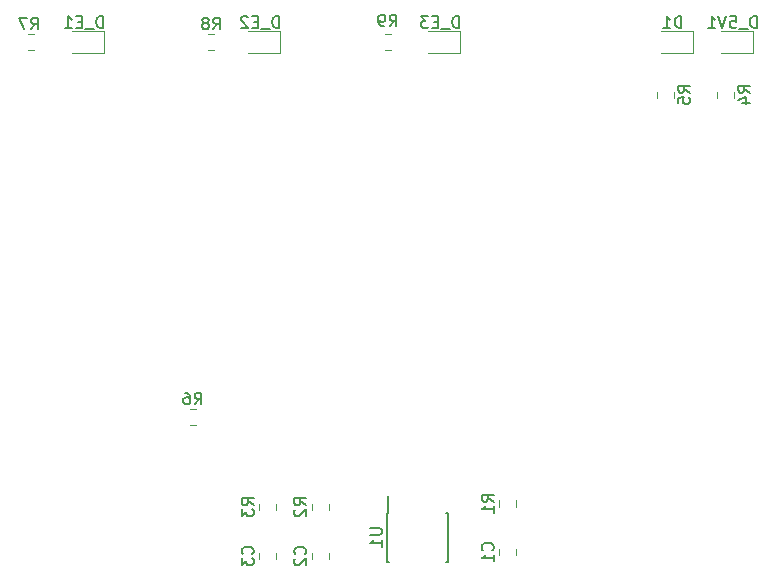
<source format=gbr>
G04 #@! TF.GenerationSoftware,KiCad,Pcbnew,(5.0.1-3-g963ef8bb5)*
G04 #@! TF.CreationDate,2019-10-11T12:22:28+03:00*
G04 #@! TF.ProjectId,thermocontrol,746865726D6F636F6E74726F6C2E6B69,rev?*
G04 #@! TF.SameCoordinates,Original*
G04 #@! TF.FileFunction,Legend,Bot*
G04 #@! TF.FilePolarity,Positive*
%FSLAX46Y46*%
G04 Gerber Fmt 4.6, Leading zero omitted, Abs format (unit mm)*
G04 Created by KiCad (PCBNEW (5.0.1-3-g963ef8bb5)) date 2019 October 11, Friday 12:22:28*
%MOMM*%
%LPD*%
G01*
G04 APERTURE LIST*
%ADD10C,0.120000*%
%ADD11C,0.150000*%
G04 APERTURE END LIST*
D10*
G04 #@! TO.C,R6*
X183256422Y-57860000D02*
X183773578Y-57860000D01*
X183256422Y-56440000D02*
X183773578Y-56440000D01*
G04 #@! TO.C,D_E3*
X203470000Y-24440000D02*
X206155000Y-24440000D01*
X206155000Y-24440000D02*
X206155000Y-26360000D01*
X206155000Y-26360000D02*
X203470000Y-26360000D01*
G04 #@! TO.C,D_E2*
X190915000Y-26360000D02*
X188230000Y-26360000D01*
X190915000Y-24440000D02*
X190915000Y-26360000D01*
X188230000Y-24440000D02*
X190915000Y-24440000D01*
G04 #@! TO.C,D_E1*
X173322000Y-24440000D02*
X176007000Y-24440000D01*
X176007000Y-24440000D02*
X176007000Y-26360000D01*
X176007000Y-26360000D02*
X173322000Y-26360000D01*
G04 #@! TO.C,R7*
X169589422Y-26110000D02*
X170106578Y-26110000D01*
X169589422Y-24690000D02*
X170106578Y-24690000D01*
G04 #@! TO.C,R8*
X184829422Y-24690000D02*
X185346578Y-24690000D01*
X184829422Y-26110000D02*
X185346578Y-26110000D01*
G04 #@! TO.C,R9*
X199766422Y-26110000D02*
X200283578Y-26110000D01*
X199766422Y-24690000D02*
X200283578Y-24690000D01*
G04 #@! TO.C,C1*
X209475000Y-68321422D02*
X209475000Y-68838578D01*
X210895000Y-68321422D02*
X210895000Y-68838578D01*
G04 #@! TO.C,C2*
X195020000Y-68653922D02*
X195020000Y-69171078D01*
X193600000Y-68653922D02*
X193600000Y-69171078D01*
G04 #@! TO.C,C3*
X189155000Y-68653922D02*
X189155000Y-69171078D01*
X190575000Y-68653922D02*
X190575000Y-69171078D01*
G04 #@! TO.C,D1*
X223155000Y-24440000D02*
X225840000Y-24440000D01*
X225840000Y-24440000D02*
X225840000Y-26360000D01*
X225840000Y-26360000D02*
X223155000Y-26360000D01*
G04 #@! TO.C,D_5V1*
X228235000Y-24440000D02*
X230920000Y-24440000D01*
X230920000Y-24440000D02*
X230920000Y-26360000D01*
X230920000Y-26360000D02*
X228235000Y-26360000D01*
D11*
G04 #@! TO.C,U1*
X199990000Y-65235000D02*
X200040000Y-65235000D01*
X199990000Y-69385000D02*
X200135000Y-69385000D01*
X205140000Y-69385000D02*
X204995000Y-69385000D01*
X205140000Y-65235000D02*
X204995000Y-65235000D01*
X199990000Y-65235000D02*
X199990000Y-69385000D01*
X205140000Y-65235000D02*
X205140000Y-69385000D01*
X200040000Y-65235000D02*
X200040000Y-63835000D01*
D10*
G04 #@! TO.C,R1*
X210895000Y-64208922D02*
X210895000Y-64726078D01*
X209475000Y-64208922D02*
X209475000Y-64726078D01*
G04 #@! TO.C,R2*
X193600000Y-64511422D02*
X193600000Y-65028578D01*
X195020000Y-64511422D02*
X195020000Y-65028578D01*
G04 #@! TO.C,R3*
X190575000Y-64511422D02*
X190575000Y-65028578D01*
X189155000Y-64511422D02*
X189155000Y-65028578D01*
G04 #@! TO.C,R4*
X229310000Y-30103578D02*
X229310000Y-29586422D01*
X227890000Y-30103578D02*
X227890000Y-29586422D01*
G04 #@! TO.C,R5*
X222810000Y-30103578D02*
X222810000Y-29586422D01*
X224230000Y-30103578D02*
X224230000Y-29586422D01*
G04 #@! TO.C,R6*
D11*
X183681666Y-56078380D02*
X184015000Y-55602190D01*
X184253095Y-56078380D02*
X184253095Y-55078380D01*
X183872142Y-55078380D01*
X183776904Y-55126000D01*
X183729285Y-55173619D01*
X183681666Y-55268857D01*
X183681666Y-55411714D01*
X183729285Y-55506952D01*
X183776904Y-55554571D01*
X183872142Y-55602190D01*
X184253095Y-55602190D01*
X182824523Y-55078380D02*
X183015000Y-55078380D01*
X183110238Y-55126000D01*
X183157857Y-55173619D01*
X183253095Y-55316476D01*
X183300714Y-55506952D01*
X183300714Y-55887904D01*
X183253095Y-55983142D01*
X183205476Y-56030761D01*
X183110238Y-56078380D01*
X182919761Y-56078380D01*
X182824523Y-56030761D01*
X182776904Y-55983142D01*
X182729285Y-55887904D01*
X182729285Y-55649809D01*
X182776904Y-55554571D01*
X182824523Y-55506952D01*
X182919761Y-55459333D01*
X183110238Y-55459333D01*
X183205476Y-55506952D01*
X183253095Y-55554571D01*
X183300714Y-55649809D01*
G04 #@! TO.C,D_E3*
X206041428Y-24202380D02*
X206041428Y-23202380D01*
X205803333Y-23202380D01*
X205660476Y-23250000D01*
X205565238Y-23345238D01*
X205517619Y-23440476D01*
X205470000Y-23630952D01*
X205470000Y-23773809D01*
X205517619Y-23964285D01*
X205565238Y-24059523D01*
X205660476Y-24154761D01*
X205803333Y-24202380D01*
X206041428Y-24202380D01*
X205279523Y-24297619D02*
X204517619Y-24297619D01*
X204279523Y-23678571D02*
X203946190Y-23678571D01*
X203803333Y-24202380D02*
X204279523Y-24202380D01*
X204279523Y-23202380D01*
X203803333Y-23202380D01*
X203470000Y-23202380D02*
X202850952Y-23202380D01*
X203184285Y-23583333D01*
X203041428Y-23583333D01*
X202946190Y-23630952D01*
X202898571Y-23678571D01*
X202850952Y-23773809D01*
X202850952Y-24011904D01*
X202898571Y-24107142D01*
X202946190Y-24154761D01*
X203041428Y-24202380D01*
X203327142Y-24202380D01*
X203422380Y-24154761D01*
X203470000Y-24107142D01*
G04 #@! TO.C,D_E2*
X190801428Y-24202380D02*
X190801428Y-23202380D01*
X190563333Y-23202380D01*
X190420476Y-23250000D01*
X190325238Y-23345238D01*
X190277619Y-23440476D01*
X190230000Y-23630952D01*
X190230000Y-23773809D01*
X190277619Y-23964285D01*
X190325238Y-24059523D01*
X190420476Y-24154761D01*
X190563333Y-24202380D01*
X190801428Y-24202380D01*
X190039523Y-24297619D02*
X189277619Y-24297619D01*
X189039523Y-23678571D02*
X188706190Y-23678571D01*
X188563333Y-24202380D02*
X189039523Y-24202380D01*
X189039523Y-23202380D01*
X188563333Y-23202380D01*
X188182380Y-23297619D02*
X188134761Y-23250000D01*
X188039523Y-23202380D01*
X187801428Y-23202380D01*
X187706190Y-23250000D01*
X187658571Y-23297619D01*
X187610952Y-23392857D01*
X187610952Y-23488095D01*
X187658571Y-23630952D01*
X188230000Y-24202380D01*
X187610952Y-24202380D01*
G04 #@! TO.C,D_E1*
X175893428Y-24202380D02*
X175893428Y-23202380D01*
X175655333Y-23202380D01*
X175512476Y-23250000D01*
X175417238Y-23345238D01*
X175369619Y-23440476D01*
X175322000Y-23630952D01*
X175322000Y-23773809D01*
X175369619Y-23964285D01*
X175417238Y-24059523D01*
X175512476Y-24154761D01*
X175655333Y-24202380D01*
X175893428Y-24202380D01*
X175131523Y-24297619D02*
X174369619Y-24297619D01*
X174131523Y-23678571D02*
X173798190Y-23678571D01*
X173655333Y-24202380D02*
X174131523Y-24202380D01*
X174131523Y-23202380D01*
X173655333Y-23202380D01*
X172702952Y-24202380D02*
X173274380Y-24202380D01*
X172988666Y-24202380D02*
X172988666Y-23202380D01*
X173083904Y-23345238D01*
X173179142Y-23440476D01*
X173274380Y-23488095D01*
G04 #@! TO.C,R7*
X169838666Y-24328380D02*
X170172000Y-23852190D01*
X170410095Y-24328380D02*
X170410095Y-23328380D01*
X170029142Y-23328380D01*
X169933904Y-23376000D01*
X169886285Y-23423619D01*
X169838666Y-23518857D01*
X169838666Y-23661714D01*
X169886285Y-23756952D01*
X169933904Y-23804571D01*
X170029142Y-23852190D01*
X170410095Y-23852190D01*
X169505333Y-23328380D02*
X168838666Y-23328380D01*
X169267238Y-24328380D01*
G04 #@! TO.C,R8*
X185254666Y-24328380D02*
X185588000Y-23852190D01*
X185826095Y-24328380D02*
X185826095Y-23328380D01*
X185445142Y-23328380D01*
X185349904Y-23376000D01*
X185302285Y-23423619D01*
X185254666Y-23518857D01*
X185254666Y-23661714D01*
X185302285Y-23756952D01*
X185349904Y-23804571D01*
X185445142Y-23852190D01*
X185826095Y-23852190D01*
X184683238Y-23756952D02*
X184778476Y-23709333D01*
X184826095Y-23661714D01*
X184873714Y-23566476D01*
X184873714Y-23518857D01*
X184826095Y-23423619D01*
X184778476Y-23376000D01*
X184683238Y-23328380D01*
X184492761Y-23328380D01*
X184397523Y-23376000D01*
X184349904Y-23423619D01*
X184302285Y-23518857D01*
X184302285Y-23566476D01*
X184349904Y-23661714D01*
X184397523Y-23709333D01*
X184492761Y-23756952D01*
X184683238Y-23756952D01*
X184778476Y-23804571D01*
X184826095Y-23852190D01*
X184873714Y-23947428D01*
X184873714Y-24137904D01*
X184826095Y-24233142D01*
X184778476Y-24280761D01*
X184683238Y-24328380D01*
X184492761Y-24328380D01*
X184397523Y-24280761D01*
X184349904Y-24233142D01*
X184302285Y-24137904D01*
X184302285Y-23947428D01*
X184349904Y-23852190D01*
X184397523Y-23804571D01*
X184492761Y-23756952D01*
G04 #@! TO.C,R9*
X200191666Y-24074380D02*
X200525000Y-23598190D01*
X200763095Y-24074380D02*
X200763095Y-23074380D01*
X200382142Y-23074380D01*
X200286904Y-23122000D01*
X200239285Y-23169619D01*
X200191666Y-23264857D01*
X200191666Y-23407714D01*
X200239285Y-23502952D01*
X200286904Y-23550571D01*
X200382142Y-23598190D01*
X200763095Y-23598190D01*
X199715476Y-24074380D02*
X199525000Y-24074380D01*
X199429761Y-24026761D01*
X199382142Y-23979142D01*
X199286904Y-23836285D01*
X199239285Y-23645809D01*
X199239285Y-23264857D01*
X199286904Y-23169619D01*
X199334523Y-23122000D01*
X199429761Y-23074380D01*
X199620238Y-23074380D01*
X199715476Y-23122000D01*
X199763095Y-23169619D01*
X199810714Y-23264857D01*
X199810714Y-23502952D01*
X199763095Y-23598190D01*
X199715476Y-23645809D01*
X199620238Y-23693428D01*
X199429761Y-23693428D01*
X199334523Y-23645809D01*
X199286904Y-23598190D01*
X199239285Y-23502952D01*
G04 #@! TO.C,C1*
X208892142Y-68413333D02*
X208939761Y-68365714D01*
X208987380Y-68222857D01*
X208987380Y-68127619D01*
X208939761Y-67984761D01*
X208844523Y-67889523D01*
X208749285Y-67841904D01*
X208558809Y-67794285D01*
X208415952Y-67794285D01*
X208225476Y-67841904D01*
X208130238Y-67889523D01*
X208035000Y-67984761D01*
X207987380Y-68127619D01*
X207987380Y-68222857D01*
X208035000Y-68365714D01*
X208082619Y-68413333D01*
X208987380Y-69365714D02*
X208987380Y-68794285D01*
X208987380Y-69080000D02*
X207987380Y-69080000D01*
X208130238Y-68984761D01*
X208225476Y-68889523D01*
X208273095Y-68794285D01*
G04 #@! TO.C,C2*
X193017142Y-68745833D02*
X193064761Y-68698214D01*
X193112380Y-68555357D01*
X193112380Y-68460119D01*
X193064761Y-68317261D01*
X192969523Y-68222023D01*
X192874285Y-68174404D01*
X192683809Y-68126785D01*
X192540952Y-68126785D01*
X192350476Y-68174404D01*
X192255238Y-68222023D01*
X192160000Y-68317261D01*
X192112380Y-68460119D01*
X192112380Y-68555357D01*
X192160000Y-68698214D01*
X192207619Y-68745833D01*
X192207619Y-69126785D02*
X192160000Y-69174404D01*
X192112380Y-69269642D01*
X192112380Y-69507738D01*
X192160000Y-69602976D01*
X192207619Y-69650595D01*
X192302857Y-69698214D01*
X192398095Y-69698214D01*
X192540952Y-69650595D01*
X193112380Y-69079166D01*
X193112380Y-69698214D01*
G04 #@! TO.C,C3*
X188572142Y-68745833D02*
X188619761Y-68698214D01*
X188667380Y-68555357D01*
X188667380Y-68460119D01*
X188619761Y-68317261D01*
X188524523Y-68222023D01*
X188429285Y-68174404D01*
X188238809Y-68126785D01*
X188095952Y-68126785D01*
X187905476Y-68174404D01*
X187810238Y-68222023D01*
X187715000Y-68317261D01*
X187667380Y-68460119D01*
X187667380Y-68555357D01*
X187715000Y-68698214D01*
X187762619Y-68745833D01*
X187667380Y-69079166D02*
X187667380Y-69698214D01*
X188048333Y-69364880D01*
X188048333Y-69507738D01*
X188095952Y-69602976D01*
X188143571Y-69650595D01*
X188238809Y-69698214D01*
X188476904Y-69698214D01*
X188572142Y-69650595D01*
X188619761Y-69602976D01*
X188667380Y-69507738D01*
X188667380Y-69222023D01*
X188619761Y-69126785D01*
X188572142Y-69079166D01*
G04 #@! TO.C,D1*
X224893095Y-24202380D02*
X224893095Y-23202380D01*
X224655000Y-23202380D01*
X224512142Y-23250000D01*
X224416904Y-23345238D01*
X224369285Y-23440476D01*
X224321666Y-23630952D01*
X224321666Y-23773809D01*
X224369285Y-23964285D01*
X224416904Y-24059523D01*
X224512142Y-24154761D01*
X224655000Y-24202380D01*
X224893095Y-24202380D01*
X223369285Y-24202380D02*
X223940714Y-24202380D01*
X223655000Y-24202380D02*
X223655000Y-23202380D01*
X223750238Y-23345238D01*
X223845476Y-23440476D01*
X223940714Y-23488095D01*
G04 #@! TO.C,D_5V1*
X231258809Y-24202380D02*
X231258809Y-23202380D01*
X231020714Y-23202380D01*
X230877857Y-23250000D01*
X230782619Y-23345238D01*
X230735000Y-23440476D01*
X230687380Y-23630952D01*
X230687380Y-23773809D01*
X230735000Y-23964285D01*
X230782619Y-24059523D01*
X230877857Y-24154761D01*
X231020714Y-24202380D01*
X231258809Y-24202380D01*
X230496904Y-24297619D02*
X229735000Y-24297619D01*
X229020714Y-23202380D02*
X229496904Y-23202380D01*
X229544523Y-23678571D01*
X229496904Y-23630952D01*
X229401666Y-23583333D01*
X229163571Y-23583333D01*
X229068333Y-23630952D01*
X229020714Y-23678571D01*
X228973095Y-23773809D01*
X228973095Y-24011904D01*
X229020714Y-24107142D01*
X229068333Y-24154761D01*
X229163571Y-24202380D01*
X229401666Y-24202380D01*
X229496904Y-24154761D01*
X229544523Y-24107142D01*
X228687380Y-23202380D02*
X228354047Y-24202380D01*
X228020714Y-23202380D01*
X227163571Y-24202380D02*
X227735000Y-24202380D01*
X227449285Y-24202380D02*
X227449285Y-23202380D01*
X227544523Y-23345238D01*
X227639761Y-23440476D01*
X227735000Y-23488095D01*
G04 #@! TO.C,U1*
X198517380Y-66548095D02*
X199326904Y-66548095D01*
X199422142Y-66595714D01*
X199469761Y-66643333D01*
X199517380Y-66738571D01*
X199517380Y-66929047D01*
X199469761Y-67024285D01*
X199422142Y-67071904D01*
X199326904Y-67119523D01*
X198517380Y-67119523D01*
X199517380Y-68119523D02*
X199517380Y-67548095D01*
X199517380Y-67833809D02*
X198517380Y-67833809D01*
X198660238Y-67738571D01*
X198755476Y-67643333D01*
X198803095Y-67548095D01*
G04 #@! TO.C,R1*
X208987380Y-64300833D02*
X208511190Y-63967500D01*
X208987380Y-63729404D02*
X207987380Y-63729404D01*
X207987380Y-64110357D01*
X208035000Y-64205595D01*
X208082619Y-64253214D01*
X208177857Y-64300833D01*
X208320714Y-64300833D01*
X208415952Y-64253214D01*
X208463571Y-64205595D01*
X208511190Y-64110357D01*
X208511190Y-63729404D01*
X208987380Y-65253214D02*
X208987380Y-64681785D01*
X208987380Y-64967500D02*
X207987380Y-64967500D01*
X208130238Y-64872261D01*
X208225476Y-64777023D01*
X208273095Y-64681785D01*
G04 #@! TO.C,R2*
X193112380Y-64603333D02*
X192636190Y-64270000D01*
X193112380Y-64031904D02*
X192112380Y-64031904D01*
X192112380Y-64412857D01*
X192160000Y-64508095D01*
X192207619Y-64555714D01*
X192302857Y-64603333D01*
X192445714Y-64603333D01*
X192540952Y-64555714D01*
X192588571Y-64508095D01*
X192636190Y-64412857D01*
X192636190Y-64031904D01*
X192207619Y-64984285D02*
X192160000Y-65031904D01*
X192112380Y-65127142D01*
X192112380Y-65365238D01*
X192160000Y-65460476D01*
X192207619Y-65508095D01*
X192302857Y-65555714D01*
X192398095Y-65555714D01*
X192540952Y-65508095D01*
X193112380Y-64936666D01*
X193112380Y-65555714D01*
G04 #@! TO.C,R3*
X188667380Y-64603333D02*
X188191190Y-64270000D01*
X188667380Y-64031904D02*
X187667380Y-64031904D01*
X187667380Y-64412857D01*
X187715000Y-64508095D01*
X187762619Y-64555714D01*
X187857857Y-64603333D01*
X188000714Y-64603333D01*
X188095952Y-64555714D01*
X188143571Y-64508095D01*
X188191190Y-64412857D01*
X188191190Y-64031904D01*
X187667380Y-64936666D02*
X187667380Y-65555714D01*
X188048333Y-65222380D01*
X188048333Y-65365238D01*
X188095952Y-65460476D01*
X188143571Y-65508095D01*
X188238809Y-65555714D01*
X188476904Y-65555714D01*
X188572142Y-65508095D01*
X188619761Y-65460476D01*
X188667380Y-65365238D01*
X188667380Y-65079523D01*
X188619761Y-64984285D01*
X188572142Y-64936666D01*
G04 #@! TO.C,R4*
X230702380Y-29678333D02*
X230226190Y-29345000D01*
X230702380Y-29106904D02*
X229702380Y-29106904D01*
X229702380Y-29487857D01*
X229750000Y-29583095D01*
X229797619Y-29630714D01*
X229892857Y-29678333D01*
X230035714Y-29678333D01*
X230130952Y-29630714D01*
X230178571Y-29583095D01*
X230226190Y-29487857D01*
X230226190Y-29106904D01*
X230035714Y-30535476D02*
X230702380Y-30535476D01*
X229654761Y-30297380D02*
X230369047Y-30059285D01*
X230369047Y-30678333D01*
G04 #@! TO.C,R5*
X225622380Y-29678333D02*
X225146190Y-29345000D01*
X225622380Y-29106904D02*
X224622380Y-29106904D01*
X224622380Y-29487857D01*
X224670000Y-29583095D01*
X224717619Y-29630714D01*
X224812857Y-29678333D01*
X224955714Y-29678333D01*
X225050952Y-29630714D01*
X225098571Y-29583095D01*
X225146190Y-29487857D01*
X225146190Y-29106904D01*
X224622380Y-30583095D02*
X224622380Y-30106904D01*
X225098571Y-30059285D01*
X225050952Y-30106904D01*
X225003333Y-30202142D01*
X225003333Y-30440238D01*
X225050952Y-30535476D01*
X225098571Y-30583095D01*
X225193809Y-30630714D01*
X225431904Y-30630714D01*
X225527142Y-30583095D01*
X225574761Y-30535476D01*
X225622380Y-30440238D01*
X225622380Y-30202142D01*
X225574761Y-30106904D01*
X225527142Y-30059285D01*
G04 #@! TD*
M02*

</source>
